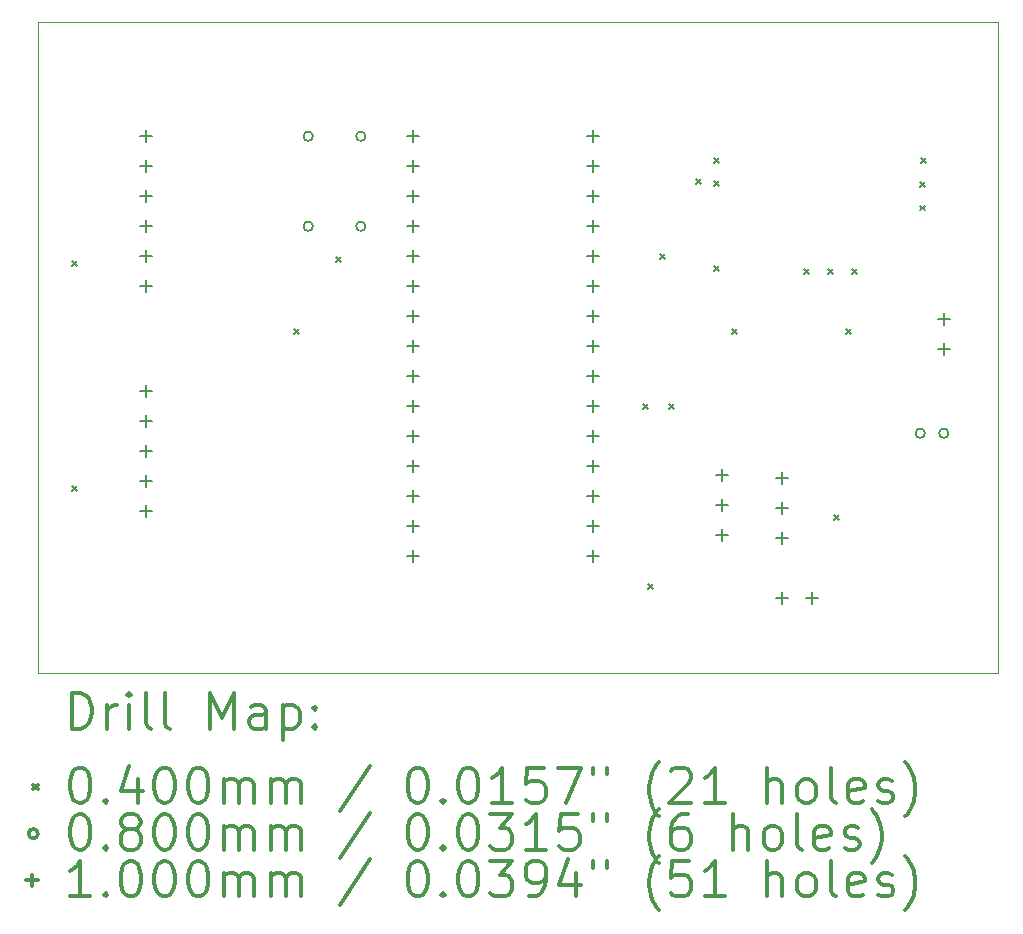
<source format=gbr>
%FSLAX45Y45*%
G04 Gerber Fmt 4.5, Leading zero omitted, Abs format (unit mm)*
G04 Created by KiCad (PCBNEW (5.1.10)-1) date 2021-11-19 16:29:33*
%MOMM*%
%LPD*%
G01*
G04 APERTURE LIST*
%TA.AperFunction,Profile*%
%ADD10C,0.050000*%
%TD*%
%ADD11C,0.200000*%
%ADD12C,0.300000*%
G04 APERTURE END LIST*
D10*
X3810000Y-10261600D02*
X3810000Y-4750000D01*
X11938000Y-10261600D02*
X3810000Y-10261600D01*
X11938000Y-4749800D02*
X11938000Y-10261600D01*
X3810000Y-4750000D02*
X11938000Y-4749800D01*
D11*
X4094800Y-6774500D02*
X4134800Y-6814500D01*
X4134800Y-6774500D02*
X4094800Y-6814500D01*
X4094800Y-8679500D02*
X4134800Y-8719500D01*
X4134800Y-8679500D02*
X4094800Y-8719500D01*
X5974400Y-7346000D02*
X6014400Y-7386000D01*
X6014400Y-7346000D02*
X5974400Y-7386000D01*
X6330000Y-6736400D02*
X6370000Y-6776400D01*
X6370000Y-6736400D02*
X6330000Y-6776400D01*
X8933500Y-7981000D02*
X8973500Y-8021000D01*
X8973500Y-7981000D02*
X8933500Y-8021000D01*
X8971600Y-9505000D02*
X9011600Y-9545000D01*
X9011600Y-9505000D02*
X8971600Y-9545000D01*
X9073200Y-6711000D02*
X9113200Y-6751000D01*
X9113200Y-6711000D02*
X9073200Y-6751000D01*
X9149400Y-7981000D02*
X9189400Y-8021000D01*
X9189400Y-7981000D02*
X9149400Y-8021000D01*
X9378000Y-6076000D02*
X9418000Y-6116000D01*
X9418000Y-6076000D02*
X9378000Y-6116000D01*
X9530400Y-5898200D02*
X9570400Y-5938200D01*
X9570400Y-5898200D02*
X9530400Y-5938200D01*
X9530400Y-6095050D02*
X9570400Y-6135050D01*
X9570400Y-6095050D02*
X9530400Y-6135050D01*
X9530400Y-6812600D02*
X9570400Y-6852600D01*
X9570400Y-6812600D02*
X9530400Y-6852600D01*
X9682800Y-7346000D02*
X9722800Y-7386000D01*
X9722800Y-7346000D02*
X9682800Y-7386000D01*
X10292400Y-6838000D02*
X10332400Y-6878000D01*
X10332400Y-6838000D02*
X10292400Y-6878000D01*
X10495600Y-6838000D02*
X10535600Y-6878000D01*
X10535600Y-6838000D02*
X10495600Y-6878000D01*
X10546400Y-8920800D02*
X10586400Y-8960800D01*
X10586400Y-8920800D02*
X10546400Y-8960800D01*
X10648000Y-7346000D02*
X10688000Y-7386000D01*
X10688000Y-7346000D02*
X10648000Y-7386000D01*
X10698800Y-6838000D02*
X10738800Y-6878000D01*
X10738800Y-6838000D02*
X10698800Y-6878000D01*
X11275380Y-6101400D02*
X11315380Y-6141400D01*
X11315380Y-6101400D02*
X11275380Y-6141400D01*
X11275380Y-6302060D02*
X11315380Y-6342060D01*
X11315380Y-6302060D02*
X11275380Y-6342060D01*
X11283000Y-5898200D02*
X11323000Y-5938200D01*
X11323000Y-5898200D02*
X11283000Y-5938200D01*
X6136000Y-5715000D02*
G75*
G03*
X6136000Y-5715000I-40000J0D01*
G01*
X6136000Y-6477000D02*
G75*
G03*
X6136000Y-6477000I-40000J0D01*
G01*
X6580500Y-5715000D02*
G75*
G03*
X6580500Y-5715000I-40000J0D01*
G01*
X6580500Y-6477000D02*
G75*
G03*
X6580500Y-6477000I-40000J0D01*
G01*
X11317600Y-8229600D02*
G75*
G03*
X11317600Y-8229600I-40000J0D01*
G01*
X11517600Y-8229600D02*
G75*
G03*
X11517600Y-8229600I-40000J0D01*
G01*
X4724400Y-5665000D02*
X4724400Y-5765000D01*
X4674400Y-5715000D02*
X4774400Y-5715000D01*
X4724400Y-5919000D02*
X4724400Y-6019000D01*
X4674400Y-5969000D02*
X4774400Y-5969000D01*
X4724400Y-6173000D02*
X4724400Y-6273000D01*
X4674400Y-6223000D02*
X4774400Y-6223000D01*
X4724400Y-6427000D02*
X4724400Y-6527000D01*
X4674400Y-6477000D02*
X4774400Y-6477000D01*
X4724400Y-6681000D02*
X4724400Y-6781000D01*
X4674400Y-6731000D02*
X4774400Y-6731000D01*
X4724400Y-6935000D02*
X4724400Y-7035000D01*
X4674400Y-6985000D02*
X4774400Y-6985000D01*
X4724400Y-7824000D02*
X4724400Y-7924000D01*
X4674400Y-7874000D02*
X4774400Y-7874000D01*
X4724400Y-8078000D02*
X4724400Y-8178000D01*
X4674400Y-8128000D02*
X4774400Y-8128000D01*
X4724400Y-8332000D02*
X4724400Y-8432000D01*
X4674400Y-8382000D02*
X4774400Y-8382000D01*
X4724400Y-8586000D02*
X4724400Y-8686000D01*
X4674400Y-8636000D02*
X4774400Y-8636000D01*
X4724400Y-8840000D02*
X4724400Y-8940000D01*
X4674400Y-8890000D02*
X4774400Y-8890000D01*
X6985000Y-5665000D02*
X6985000Y-5765000D01*
X6935000Y-5715000D02*
X7035000Y-5715000D01*
X6985000Y-5919000D02*
X6985000Y-6019000D01*
X6935000Y-5969000D02*
X7035000Y-5969000D01*
X6985000Y-6173000D02*
X6985000Y-6273000D01*
X6935000Y-6223000D02*
X7035000Y-6223000D01*
X6985000Y-6427000D02*
X6985000Y-6527000D01*
X6935000Y-6477000D02*
X7035000Y-6477000D01*
X6985000Y-6681000D02*
X6985000Y-6781000D01*
X6935000Y-6731000D02*
X7035000Y-6731000D01*
X6985000Y-6935000D02*
X6985000Y-7035000D01*
X6935000Y-6985000D02*
X7035000Y-6985000D01*
X6985000Y-7189000D02*
X6985000Y-7289000D01*
X6935000Y-7239000D02*
X7035000Y-7239000D01*
X6985000Y-7443000D02*
X6985000Y-7543000D01*
X6935000Y-7493000D02*
X7035000Y-7493000D01*
X6985000Y-7697000D02*
X6985000Y-7797000D01*
X6935000Y-7747000D02*
X7035000Y-7747000D01*
X6985000Y-7951000D02*
X6985000Y-8051000D01*
X6935000Y-8001000D02*
X7035000Y-8001000D01*
X6985000Y-8205000D02*
X6985000Y-8305000D01*
X6935000Y-8255000D02*
X7035000Y-8255000D01*
X6985000Y-8459000D02*
X6985000Y-8559000D01*
X6935000Y-8509000D02*
X7035000Y-8509000D01*
X6985000Y-8713000D02*
X6985000Y-8813000D01*
X6935000Y-8763000D02*
X7035000Y-8763000D01*
X6985000Y-8967000D02*
X6985000Y-9067000D01*
X6935000Y-9017000D02*
X7035000Y-9017000D01*
X6985000Y-9221000D02*
X6985000Y-9321000D01*
X6935000Y-9271000D02*
X7035000Y-9271000D01*
X8509000Y-5665000D02*
X8509000Y-5765000D01*
X8459000Y-5715000D02*
X8559000Y-5715000D01*
X8509000Y-5919000D02*
X8509000Y-6019000D01*
X8459000Y-5969000D02*
X8559000Y-5969000D01*
X8509000Y-6173000D02*
X8509000Y-6273000D01*
X8459000Y-6223000D02*
X8559000Y-6223000D01*
X8509000Y-6427000D02*
X8509000Y-6527000D01*
X8459000Y-6477000D02*
X8559000Y-6477000D01*
X8509000Y-6681000D02*
X8509000Y-6781000D01*
X8459000Y-6731000D02*
X8559000Y-6731000D01*
X8509000Y-6935000D02*
X8509000Y-7035000D01*
X8459000Y-6985000D02*
X8559000Y-6985000D01*
X8509000Y-7189000D02*
X8509000Y-7289000D01*
X8459000Y-7239000D02*
X8559000Y-7239000D01*
X8509000Y-7443000D02*
X8509000Y-7543000D01*
X8459000Y-7493000D02*
X8559000Y-7493000D01*
X8509000Y-7697000D02*
X8509000Y-7797000D01*
X8459000Y-7747000D02*
X8559000Y-7747000D01*
X8509000Y-7951000D02*
X8509000Y-8051000D01*
X8459000Y-8001000D02*
X8559000Y-8001000D01*
X8509000Y-8205000D02*
X8509000Y-8305000D01*
X8459000Y-8255000D02*
X8559000Y-8255000D01*
X8509000Y-8459000D02*
X8509000Y-8559000D01*
X8459000Y-8509000D02*
X8559000Y-8509000D01*
X8509000Y-8713000D02*
X8509000Y-8813000D01*
X8459000Y-8763000D02*
X8559000Y-8763000D01*
X8509000Y-8967000D02*
X8509000Y-9067000D01*
X8459000Y-9017000D02*
X8559000Y-9017000D01*
X8509000Y-9221000D02*
X8509000Y-9321000D01*
X8459000Y-9271000D02*
X8559000Y-9271000D01*
X9601200Y-8535200D02*
X9601200Y-8635200D01*
X9551200Y-8585200D02*
X9651200Y-8585200D01*
X9601200Y-8789200D02*
X9601200Y-8889200D01*
X9551200Y-8839200D02*
X9651200Y-8839200D01*
X9601200Y-9043200D02*
X9601200Y-9143200D01*
X9551200Y-9093200D02*
X9651200Y-9093200D01*
X10109200Y-8560600D02*
X10109200Y-8660600D01*
X10059200Y-8610600D02*
X10159200Y-8610600D01*
X10109200Y-8814600D02*
X10109200Y-8914600D01*
X10059200Y-8864600D02*
X10159200Y-8864600D01*
X10109200Y-9068600D02*
X10109200Y-9168600D01*
X10059200Y-9118600D02*
X10159200Y-9118600D01*
X10109200Y-9576600D02*
X10109200Y-9676600D01*
X10059200Y-9626600D02*
X10159200Y-9626600D01*
X10363200Y-9576600D02*
X10363200Y-9676600D01*
X10313200Y-9626600D02*
X10413200Y-9626600D01*
X11480800Y-7214400D02*
X11480800Y-7314400D01*
X11430800Y-7264400D02*
X11530800Y-7264400D01*
X11480800Y-7468400D02*
X11480800Y-7568400D01*
X11430800Y-7518400D02*
X11530800Y-7518400D01*
D12*
X4093928Y-10729814D02*
X4093928Y-10429814D01*
X4165357Y-10429814D01*
X4208214Y-10444100D01*
X4236786Y-10472672D01*
X4251071Y-10501243D01*
X4265357Y-10558386D01*
X4265357Y-10601243D01*
X4251071Y-10658386D01*
X4236786Y-10686957D01*
X4208214Y-10715529D01*
X4165357Y-10729814D01*
X4093928Y-10729814D01*
X4393928Y-10729814D02*
X4393928Y-10529814D01*
X4393928Y-10586957D02*
X4408214Y-10558386D01*
X4422500Y-10544100D01*
X4451071Y-10529814D01*
X4479643Y-10529814D01*
X4579643Y-10729814D02*
X4579643Y-10529814D01*
X4579643Y-10429814D02*
X4565357Y-10444100D01*
X4579643Y-10458386D01*
X4593928Y-10444100D01*
X4579643Y-10429814D01*
X4579643Y-10458386D01*
X4765357Y-10729814D02*
X4736786Y-10715529D01*
X4722500Y-10686957D01*
X4722500Y-10429814D01*
X4922500Y-10729814D02*
X4893928Y-10715529D01*
X4879643Y-10686957D01*
X4879643Y-10429814D01*
X5265357Y-10729814D02*
X5265357Y-10429814D01*
X5365357Y-10644100D01*
X5465357Y-10429814D01*
X5465357Y-10729814D01*
X5736786Y-10729814D02*
X5736786Y-10572672D01*
X5722500Y-10544100D01*
X5693928Y-10529814D01*
X5636786Y-10529814D01*
X5608214Y-10544100D01*
X5736786Y-10715529D02*
X5708214Y-10729814D01*
X5636786Y-10729814D01*
X5608214Y-10715529D01*
X5593928Y-10686957D01*
X5593928Y-10658386D01*
X5608214Y-10629814D01*
X5636786Y-10615529D01*
X5708214Y-10615529D01*
X5736786Y-10601243D01*
X5879643Y-10529814D02*
X5879643Y-10829814D01*
X5879643Y-10544100D02*
X5908214Y-10529814D01*
X5965357Y-10529814D01*
X5993928Y-10544100D01*
X6008214Y-10558386D01*
X6022500Y-10586957D01*
X6022500Y-10672672D01*
X6008214Y-10701243D01*
X5993928Y-10715529D01*
X5965357Y-10729814D01*
X5908214Y-10729814D01*
X5879643Y-10715529D01*
X6151071Y-10701243D02*
X6165357Y-10715529D01*
X6151071Y-10729814D01*
X6136786Y-10715529D01*
X6151071Y-10701243D01*
X6151071Y-10729814D01*
X6151071Y-10544100D02*
X6165357Y-10558386D01*
X6151071Y-10572672D01*
X6136786Y-10558386D01*
X6151071Y-10544100D01*
X6151071Y-10572672D01*
X3767500Y-11204100D02*
X3807500Y-11244100D01*
X3807500Y-11204100D02*
X3767500Y-11244100D01*
X4151071Y-11059814D02*
X4179643Y-11059814D01*
X4208214Y-11074100D01*
X4222500Y-11088386D01*
X4236786Y-11116957D01*
X4251071Y-11174100D01*
X4251071Y-11245529D01*
X4236786Y-11302671D01*
X4222500Y-11331243D01*
X4208214Y-11345529D01*
X4179643Y-11359814D01*
X4151071Y-11359814D01*
X4122500Y-11345529D01*
X4108214Y-11331243D01*
X4093928Y-11302671D01*
X4079643Y-11245529D01*
X4079643Y-11174100D01*
X4093928Y-11116957D01*
X4108214Y-11088386D01*
X4122500Y-11074100D01*
X4151071Y-11059814D01*
X4379643Y-11331243D02*
X4393928Y-11345529D01*
X4379643Y-11359814D01*
X4365357Y-11345529D01*
X4379643Y-11331243D01*
X4379643Y-11359814D01*
X4651071Y-11159814D02*
X4651071Y-11359814D01*
X4579643Y-11045529D02*
X4508214Y-11259814D01*
X4693928Y-11259814D01*
X4865357Y-11059814D02*
X4893928Y-11059814D01*
X4922500Y-11074100D01*
X4936786Y-11088386D01*
X4951071Y-11116957D01*
X4965357Y-11174100D01*
X4965357Y-11245529D01*
X4951071Y-11302671D01*
X4936786Y-11331243D01*
X4922500Y-11345529D01*
X4893928Y-11359814D01*
X4865357Y-11359814D01*
X4836786Y-11345529D01*
X4822500Y-11331243D01*
X4808214Y-11302671D01*
X4793928Y-11245529D01*
X4793928Y-11174100D01*
X4808214Y-11116957D01*
X4822500Y-11088386D01*
X4836786Y-11074100D01*
X4865357Y-11059814D01*
X5151071Y-11059814D02*
X5179643Y-11059814D01*
X5208214Y-11074100D01*
X5222500Y-11088386D01*
X5236786Y-11116957D01*
X5251071Y-11174100D01*
X5251071Y-11245529D01*
X5236786Y-11302671D01*
X5222500Y-11331243D01*
X5208214Y-11345529D01*
X5179643Y-11359814D01*
X5151071Y-11359814D01*
X5122500Y-11345529D01*
X5108214Y-11331243D01*
X5093928Y-11302671D01*
X5079643Y-11245529D01*
X5079643Y-11174100D01*
X5093928Y-11116957D01*
X5108214Y-11088386D01*
X5122500Y-11074100D01*
X5151071Y-11059814D01*
X5379643Y-11359814D02*
X5379643Y-11159814D01*
X5379643Y-11188386D02*
X5393928Y-11174100D01*
X5422500Y-11159814D01*
X5465357Y-11159814D01*
X5493928Y-11174100D01*
X5508214Y-11202671D01*
X5508214Y-11359814D01*
X5508214Y-11202671D02*
X5522500Y-11174100D01*
X5551071Y-11159814D01*
X5593928Y-11159814D01*
X5622500Y-11174100D01*
X5636786Y-11202671D01*
X5636786Y-11359814D01*
X5779643Y-11359814D02*
X5779643Y-11159814D01*
X5779643Y-11188386D02*
X5793928Y-11174100D01*
X5822500Y-11159814D01*
X5865357Y-11159814D01*
X5893928Y-11174100D01*
X5908214Y-11202671D01*
X5908214Y-11359814D01*
X5908214Y-11202671D02*
X5922500Y-11174100D01*
X5951071Y-11159814D01*
X5993928Y-11159814D01*
X6022500Y-11174100D01*
X6036786Y-11202671D01*
X6036786Y-11359814D01*
X6622500Y-11045529D02*
X6365357Y-11431243D01*
X7008214Y-11059814D02*
X7036786Y-11059814D01*
X7065357Y-11074100D01*
X7079643Y-11088386D01*
X7093928Y-11116957D01*
X7108214Y-11174100D01*
X7108214Y-11245529D01*
X7093928Y-11302671D01*
X7079643Y-11331243D01*
X7065357Y-11345529D01*
X7036786Y-11359814D01*
X7008214Y-11359814D01*
X6979643Y-11345529D01*
X6965357Y-11331243D01*
X6951071Y-11302671D01*
X6936786Y-11245529D01*
X6936786Y-11174100D01*
X6951071Y-11116957D01*
X6965357Y-11088386D01*
X6979643Y-11074100D01*
X7008214Y-11059814D01*
X7236786Y-11331243D02*
X7251071Y-11345529D01*
X7236786Y-11359814D01*
X7222500Y-11345529D01*
X7236786Y-11331243D01*
X7236786Y-11359814D01*
X7436786Y-11059814D02*
X7465357Y-11059814D01*
X7493928Y-11074100D01*
X7508214Y-11088386D01*
X7522500Y-11116957D01*
X7536786Y-11174100D01*
X7536786Y-11245529D01*
X7522500Y-11302671D01*
X7508214Y-11331243D01*
X7493928Y-11345529D01*
X7465357Y-11359814D01*
X7436786Y-11359814D01*
X7408214Y-11345529D01*
X7393928Y-11331243D01*
X7379643Y-11302671D01*
X7365357Y-11245529D01*
X7365357Y-11174100D01*
X7379643Y-11116957D01*
X7393928Y-11088386D01*
X7408214Y-11074100D01*
X7436786Y-11059814D01*
X7822500Y-11359814D02*
X7651071Y-11359814D01*
X7736786Y-11359814D02*
X7736786Y-11059814D01*
X7708214Y-11102672D01*
X7679643Y-11131243D01*
X7651071Y-11145529D01*
X8093928Y-11059814D02*
X7951071Y-11059814D01*
X7936786Y-11202671D01*
X7951071Y-11188386D01*
X7979643Y-11174100D01*
X8051071Y-11174100D01*
X8079643Y-11188386D01*
X8093928Y-11202671D01*
X8108214Y-11231243D01*
X8108214Y-11302671D01*
X8093928Y-11331243D01*
X8079643Y-11345529D01*
X8051071Y-11359814D01*
X7979643Y-11359814D01*
X7951071Y-11345529D01*
X7936786Y-11331243D01*
X8208214Y-11059814D02*
X8408214Y-11059814D01*
X8279643Y-11359814D01*
X8508214Y-11059814D02*
X8508214Y-11116957D01*
X8622500Y-11059814D02*
X8622500Y-11116957D01*
X9065357Y-11474100D02*
X9051071Y-11459814D01*
X9022500Y-11416957D01*
X9008214Y-11388386D01*
X8993928Y-11345529D01*
X8979643Y-11274100D01*
X8979643Y-11216957D01*
X8993928Y-11145529D01*
X9008214Y-11102672D01*
X9022500Y-11074100D01*
X9051071Y-11031243D01*
X9065357Y-11016957D01*
X9165357Y-11088386D02*
X9179643Y-11074100D01*
X9208214Y-11059814D01*
X9279643Y-11059814D01*
X9308214Y-11074100D01*
X9322500Y-11088386D01*
X9336786Y-11116957D01*
X9336786Y-11145529D01*
X9322500Y-11188386D01*
X9151071Y-11359814D01*
X9336786Y-11359814D01*
X9622500Y-11359814D02*
X9451071Y-11359814D01*
X9536786Y-11359814D02*
X9536786Y-11059814D01*
X9508214Y-11102672D01*
X9479643Y-11131243D01*
X9451071Y-11145529D01*
X9979643Y-11359814D02*
X9979643Y-11059814D01*
X10108214Y-11359814D02*
X10108214Y-11202671D01*
X10093928Y-11174100D01*
X10065357Y-11159814D01*
X10022500Y-11159814D01*
X9993928Y-11174100D01*
X9979643Y-11188386D01*
X10293928Y-11359814D02*
X10265357Y-11345529D01*
X10251071Y-11331243D01*
X10236786Y-11302671D01*
X10236786Y-11216957D01*
X10251071Y-11188386D01*
X10265357Y-11174100D01*
X10293928Y-11159814D01*
X10336786Y-11159814D01*
X10365357Y-11174100D01*
X10379643Y-11188386D01*
X10393928Y-11216957D01*
X10393928Y-11302671D01*
X10379643Y-11331243D01*
X10365357Y-11345529D01*
X10336786Y-11359814D01*
X10293928Y-11359814D01*
X10565357Y-11359814D02*
X10536786Y-11345529D01*
X10522500Y-11316957D01*
X10522500Y-11059814D01*
X10793928Y-11345529D02*
X10765357Y-11359814D01*
X10708214Y-11359814D01*
X10679643Y-11345529D01*
X10665357Y-11316957D01*
X10665357Y-11202671D01*
X10679643Y-11174100D01*
X10708214Y-11159814D01*
X10765357Y-11159814D01*
X10793928Y-11174100D01*
X10808214Y-11202671D01*
X10808214Y-11231243D01*
X10665357Y-11259814D01*
X10922500Y-11345529D02*
X10951071Y-11359814D01*
X11008214Y-11359814D01*
X11036786Y-11345529D01*
X11051071Y-11316957D01*
X11051071Y-11302671D01*
X11036786Y-11274100D01*
X11008214Y-11259814D01*
X10965357Y-11259814D01*
X10936786Y-11245529D01*
X10922500Y-11216957D01*
X10922500Y-11202671D01*
X10936786Y-11174100D01*
X10965357Y-11159814D01*
X11008214Y-11159814D01*
X11036786Y-11174100D01*
X11151071Y-11474100D02*
X11165357Y-11459814D01*
X11193928Y-11416957D01*
X11208214Y-11388386D01*
X11222500Y-11345529D01*
X11236786Y-11274100D01*
X11236786Y-11216957D01*
X11222500Y-11145529D01*
X11208214Y-11102672D01*
X11193928Y-11074100D01*
X11165357Y-11031243D01*
X11151071Y-11016957D01*
X3807500Y-11620100D02*
G75*
G03*
X3807500Y-11620100I-40000J0D01*
G01*
X4151071Y-11455814D02*
X4179643Y-11455814D01*
X4208214Y-11470100D01*
X4222500Y-11484386D01*
X4236786Y-11512957D01*
X4251071Y-11570100D01*
X4251071Y-11641529D01*
X4236786Y-11698671D01*
X4222500Y-11727243D01*
X4208214Y-11741529D01*
X4179643Y-11755814D01*
X4151071Y-11755814D01*
X4122500Y-11741529D01*
X4108214Y-11727243D01*
X4093928Y-11698671D01*
X4079643Y-11641529D01*
X4079643Y-11570100D01*
X4093928Y-11512957D01*
X4108214Y-11484386D01*
X4122500Y-11470100D01*
X4151071Y-11455814D01*
X4379643Y-11727243D02*
X4393928Y-11741529D01*
X4379643Y-11755814D01*
X4365357Y-11741529D01*
X4379643Y-11727243D01*
X4379643Y-11755814D01*
X4565357Y-11584386D02*
X4536786Y-11570100D01*
X4522500Y-11555814D01*
X4508214Y-11527243D01*
X4508214Y-11512957D01*
X4522500Y-11484386D01*
X4536786Y-11470100D01*
X4565357Y-11455814D01*
X4622500Y-11455814D01*
X4651071Y-11470100D01*
X4665357Y-11484386D01*
X4679643Y-11512957D01*
X4679643Y-11527243D01*
X4665357Y-11555814D01*
X4651071Y-11570100D01*
X4622500Y-11584386D01*
X4565357Y-11584386D01*
X4536786Y-11598671D01*
X4522500Y-11612957D01*
X4508214Y-11641529D01*
X4508214Y-11698671D01*
X4522500Y-11727243D01*
X4536786Y-11741529D01*
X4565357Y-11755814D01*
X4622500Y-11755814D01*
X4651071Y-11741529D01*
X4665357Y-11727243D01*
X4679643Y-11698671D01*
X4679643Y-11641529D01*
X4665357Y-11612957D01*
X4651071Y-11598671D01*
X4622500Y-11584386D01*
X4865357Y-11455814D02*
X4893928Y-11455814D01*
X4922500Y-11470100D01*
X4936786Y-11484386D01*
X4951071Y-11512957D01*
X4965357Y-11570100D01*
X4965357Y-11641529D01*
X4951071Y-11698671D01*
X4936786Y-11727243D01*
X4922500Y-11741529D01*
X4893928Y-11755814D01*
X4865357Y-11755814D01*
X4836786Y-11741529D01*
X4822500Y-11727243D01*
X4808214Y-11698671D01*
X4793928Y-11641529D01*
X4793928Y-11570100D01*
X4808214Y-11512957D01*
X4822500Y-11484386D01*
X4836786Y-11470100D01*
X4865357Y-11455814D01*
X5151071Y-11455814D02*
X5179643Y-11455814D01*
X5208214Y-11470100D01*
X5222500Y-11484386D01*
X5236786Y-11512957D01*
X5251071Y-11570100D01*
X5251071Y-11641529D01*
X5236786Y-11698671D01*
X5222500Y-11727243D01*
X5208214Y-11741529D01*
X5179643Y-11755814D01*
X5151071Y-11755814D01*
X5122500Y-11741529D01*
X5108214Y-11727243D01*
X5093928Y-11698671D01*
X5079643Y-11641529D01*
X5079643Y-11570100D01*
X5093928Y-11512957D01*
X5108214Y-11484386D01*
X5122500Y-11470100D01*
X5151071Y-11455814D01*
X5379643Y-11755814D02*
X5379643Y-11555814D01*
X5379643Y-11584386D02*
X5393928Y-11570100D01*
X5422500Y-11555814D01*
X5465357Y-11555814D01*
X5493928Y-11570100D01*
X5508214Y-11598671D01*
X5508214Y-11755814D01*
X5508214Y-11598671D02*
X5522500Y-11570100D01*
X5551071Y-11555814D01*
X5593928Y-11555814D01*
X5622500Y-11570100D01*
X5636786Y-11598671D01*
X5636786Y-11755814D01*
X5779643Y-11755814D02*
X5779643Y-11555814D01*
X5779643Y-11584386D02*
X5793928Y-11570100D01*
X5822500Y-11555814D01*
X5865357Y-11555814D01*
X5893928Y-11570100D01*
X5908214Y-11598671D01*
X5908214Y-11755814D01*
X5908214Y-11598671D02*
X5922500Y-11570100D01*
X5951071Y-11555814D01*
X5993928Y-11555814D01*
X6022500Y-11570100D01*
X6036786Y-11598671D01*
X6036786Y-11755814D01*
X6622500Y-11441529D02*
X6365357Y-11827243D01*
X7008214Y-11455814D02*
X7036786Y-11455814D01*
X7065357Y-11470100D01*
X7079643Y-11484386D01*
X7093928Y-11512957D01*
X7108214Y-11570100D01*
X7108214Y-11641529D01*
X7093928Y-11698671D01*
X7079643Y-11727243D01*
X7065357Y-11741529D01*
X7036786Y-11755814D01*
X7008214Y-11755814D01*
X6979643Y-11741529D01*
X6965357Y-11727243D01*
X6951071Y-11698671D01*
X6936786Y-11641529D01*
X6936786Y-11570100D01*
X6951071Y-11512957D01*
X6965357Y-11484386D01*
X6979643Y-11470100D01*
X7008214Y-11455814D01*
X7236786Y-11727243D02*
X7251071Y-11741529D01*
X7236786Y-11755814D01*
X7222500Y-11741529D01*
X7236786Y-11727243D01*
X7236786Y-11755814D01*
X7436786Y-11455814D02*
X7465357Y-11455814D01*
X7493928Y-11470100D01*
X7508214Y-11484386D01*
X7522500Y-11512957D01*
X7536786Y-11570100D01*
X7536786Y-11641529D01*
X7522500Y-11698671D01*
X7508214Y-11727243D01*
X7493928Y-11741529D01*
X7465357Y-11755814D01*
X7436786Y-11755814D01*
X7408214Y-11741529D01*
X7393928Y-11727243D01*
X7379643Y-11698671D01*
X7365357Y-11641529D01*
X7365357Y-11570100D01*
X7379643Y-11512957D01*
X7393928Y-11484386D01*
X7408214Y-11470100D01*
X7436786Y-11455814D01*
X7636786Y-11455814D02*
X7822500Y-11455814D01*
X7722500Y-11570100D01*
X7765357Y-11570100D01*
X7793928Y-11584386D01*
X7808214Y-11598671D01*
X7822500Y-11627243D01*
X7822500Y-11698671D01*
X7808214Y-11727243D01*
X7793928Y-11741529D01*
X7765357Y-11755814D01*
X7679643Y-11755814D01*
X7651071Y-11741529D01*
X7636786Y-11727243D01*
X8108214Y-11755814D02*
X7936786Y-11755814D01*
X8022500Y-11755814D02*
X8022500Y-11455814D01*
X7993928Y-11498671D01*
X7965357Y-11527243D01*
X7936786Y-11541529D01*
X8379643Y-11455814D02*
X8236786Y-11455814D01*
X8222500Y-11598671D01*
X8236786Y-11584386D01*
X8265357Y-11570100D01*
X8336786Y-11570100D01*
X8365357Y-11584386D01*
X8379643Y-11598671D01*
X8393928Y-11627243D01*
X8393928Y-11698671D01*
X8379643Y-11727243D01*
X8365357Y-11741529D01*
X8336786Y-11755814D01*
X8265357Y-11755814D01*
X8236786Y-11741529D01*
X8222500Y-11727243D01*
X8508214Y-11455814D02*
X8508214Y-11512957D01*
X8622500Y-11455814D02*
X8622500Y-11512957D01*
X9065357Y-11870100D02*
X9051071Y-11855814D01*
X9022500Y-11812957D01*
X9008214Y-11784386D01*
X8993928Y-11741529D01*
X8979643Y-11670100D01*
X8979643Y-11612957D01*
X8993928Y-11541529D01*
X9008214Y-11498671D01*
X9022500Y-11470100D01*
X9051071Y-11427243D01*
X9065357Y-11412957D01*
X9308214Y-11455814D02*
X9251071Y-11455814D01*
X9222500Y-11470100D01*
X9208214Y-11484386D01*
X9179643Y-11527243D01*
X9165357Y-11584386D01*
X9165357Y-11698671D01*
X9179643Y-11727243D01*
X9193928Y-11741529D01*
X9222500Y-11755814D01*
X9279643Y-11755814D01*
X9308214Y-11741529D01*
X9322500Y-11727243D01*
X9336786Y-11698671D01*
X9336786Y-11627243D01*
X9322500Y-11598671D01*
X9308214Y-11584386D01*
X9279643Y-11570100D01*
X9222500Y-11570100D01*
X9193928Y-11584386D01*
X9179643Y-11598671D01*
X9165357Y-11627243D01*
X9693928Y-11755814D02*
X9693928Y-11455814D01*
X9822500Y-11755814D02*
X9822500Y-11598671D01*
X9808214Y-11570100D01*
X9779643Y-11555814D01*
X9736786Y-11555814D01*
X9708214Y-11570100D01*
X9693928Y-11584386D01*
X10008214Y-11755814D02*
X9979643Y-11741529D01*
X9965357Y-11727243D01*
X9951071Y-11698671D01*
X9951071Y-11612957D01*
X9965357Y-11584386D01*
X9979643Y-11570100D01*
X10008214Y-11555814D01*
X10051071Y-11555814D01*
X10079643Y-11570100D01*
X10093928Y-11584386D01*
X10108214Y-11612957D01*
X10108214Y-11698671D01*
X10093928Y-11727243D01*
X10079643Y-11741529D01*
X10051071Y-11755814D01*
X10008214Y-11755814D01*
X10279643Y-11755814D02*
X10251071Y-11741529D01*
X10236786Y-11712957D01*
X10236786Y-11455814D01*
X10508214Y-11741529D02*
X10479643Y-11755814D01*
X10422500Y-11755814D01*
X10393928Y-11741529D01*
X10379643Y-11712957D01*
X10379643Y-11598671D01*
X10393928Y-11570100D01*
X10422500Y-11555814D01*
X10479643Y-11555814D01*
X10508214Y-11570100D01*
X10522500Y-11598671D01*
X10522500Y-11627243D01*
X10379643Y-11655814D01*
X10636786Y-11741529D02*
X10665357Y-11755814D01*
X10722500Y-11755814D01*
X10751071Y-11741529D01*
X10765357Y-11712957D01*
X10765357Y-11698671D01*
X10751071Y-11670100D01*
X10722500Y-11655814D01*
X10679643Y-11655814D01*
X10651071Y-11641529D01*
X10636786Y-11612957D01*
X10636786Y-11598671D01*
X10651071Y-11570100D01*
X10679643Y-11555814D01*
X10722500Y-11555814D01*
X10751071Y-11570100D01*
X10865357Y-11870100D02*
X10879643Y-11855814D01*
X10908214Y-11812957D01*
X10922500Y-11784386D01*
X10936786Y-11741529D01*
X10951071Y-11670100D01*
X10951071Y-11612957D01*
X10936786Y-11541529D01*
X10922500Y-11498671D01*
X10908214Y-11470100D01*
X10879643Y-11427243D01*
X10865357Y-11412957D01*
X3757500Y-11966100D02*
X3757500Y-12066100D01*
X3707500Y-12016100D02*
X3807500Y-12016100D01*
X4251071Y-12151814D02*
X4079643Y-12151814D01*
X4165357Y-12151814D02*
X4165357Y-11851814D01*
X4136786Y-11894671D01*
X4108214Y-11923243D01*
X4079643Y-11937529D01*
X4379643Y-12123243D02*
X4393928Y-12137529D01*
X4379643Y-12151814D01*
X4365357Y-12137529D01*
X4379643Y-12123243D01*
X4379643Y-12151814D01*
X4579643Y-11851814D02*
X4608214Y-11851814D01*
X4636786Y-11866100D01*
X4651071Y-11880386D01*
X4665357Y-11908957D01*
X4679643Y-11966100D01*
X4679643Y-12037529D01*
X4665357Y-12094671D01*
X4651071Y-12123243D01*
X4636786Y-12137529D01*
X4608214Y-12151814D01*
X4579643Y-12151814D01*
X4551071Y-12137529D01*
X4536786Y-12123243D01*
X4522500Y-12094671D01*
X4508214Y-12037529D01*
X4508214Y-11966100D01*
X4522500Y-11908957D01*
X4536786Y-11880386D01*
X4551071Y-11866100D01*
X4579643Y-11851814D01*
X4865357Y-11851814D02*
X4893928Y-11851814D01*
X4922500Y-11866100D01*
X4936786Y-11880386D01*
X4951071Y-11908957D01*
X4965357Y-11966100D01*
X4965357Y-12037529D01*
X4951071Y-12094671D01*
X4936786Y-12123243D01*
X4922500Y-12137529D01*
X4893928Y-12151814D01*
X4865357Y-12151814D01*
X4836786Y-12137529D01*
X4822500Y-12123243D01*
X4808214Y-12094671D01*
X4793928Y-12037529D01*
X4793928Y-11966100D01*
X4808214Y-11908957D01*
X4822500Y-11880386D01*
X4836786Y-11866100D01*
X4865357Y-11851814D01*
X5151071Y-11851814D02*
X5179643Y-11851814D01*
X5208214Y-11866100D01*
X5222500Y-11880386D01*
X5236786Y-11908957D01*
X5251071Y-11966100D01*
X5251071Y-12037529D01*
X5236786Y-12094671D01*
X5222500Y-12123243D01*
X5208214Y-12137529D01*
X5179643Y-12151814D01*
X5151071Y-12151814D01*
X5122500Y-12137529D01*
X5108214Y-12123243D01*
X5093928Y-12094671D01*
X5079643Y-12037529D01*
X5079643Y-11966100D01*
X5093928Y-11908957D01*
X5108214Y-11880386D01*
X5122500Y-11866100D01*
X5151071Y-11851814D01*
X5379643Y-12151814D02*
X5379643Y-11951814D01*
X5379643Y-11980386D02*
X5393928Y-11966100D01*
X5422500Y-11951814D01*
X5465357Y-11951814D01*
X5493928Y-11966100D01*
X5508214Y-11994671D01*
X5508214Y-12151814D01*
X5508214Y-11994671D02*
X5522500Y-11966100D01*
X5551071Y-11951814D01*
X5593928Y-11951814D01*
X5622500Y-11966100D01*
X5636786Y-11994671D01*
X5636786Y-12151814D01*
X5779643Y-12151814D02*
X5779643Y-11951814D01*
X5779643Y-11980386D02*
X5793928Y-11966100D01*
X5822500Y-11951814D01*
X5865357Y-11951814D01*
X5893928Y-11966100D01*
X5908214Y-11994671D01*
X5908214Y-12151814D01*
X5908214Y-11994671D02*
X5922500Y-11966100D01*
X5951071Y-11951814D01*
X5993928Y-11951814D01*
X6022500Y-11966100D01*
X6036786Y-11994671D01*
X6036786Y-12151814D01*
X6622500Y-11837529D02*
X6365357Y-12223243D01*
X7008214Y-11851814D02*
X7036786Y-11851814D01*
X7065357Y-11866100D01*
X7079643Y-11880386D01*
X7093928Y-11908957D01*
X7108214Y-11966100D01*
X7108214Y-12037529D01*
X7093928Y-12094671D01*
X7079643Y-12123243D01*
X7065357Y-12137529D01*
X7036786Y-12151814D01*
X7008214Y-12151814D01*
X6979643Y-12137529D01*
X6965357Y-12123243D01*
X6951071Y-12094671D01*
X6936786Y-12037529D01*
X6936786Y-11966100D01*
X6951071Y-11908957D01*
X6965357Y-11880386D01*
X6979643Y-11866100D01*
X7008214Y-11851814D01*
X7236786Y-12123243D02*
X7251071Y-12137529D01*
X7236786Y-12151814D01*
X7222500Y-12137529D01*
X7236786Y-12123243D01*
X7236786Y-12151814D01*
X7436786Y-11851814D02*
X7465357Y-11851814D01*
X7493928Y-11866100D01*
X7508214Y-11880386D01*
X7522500Y-11908957D01*
X7536786Y-11966100D01*
X7536786Y-12037529D01*
X7522500Y-12094671D01*
X7508214Y-12123243D01*
X7493928Y-12137529D01*
X7465357Y-12151814D01*
X7436786Y-12151814D01*
X7408214Y-12137529D01*
X7393928Y-12123243D01*
X7379643Y-12094671D01*
X7365357Y-12037529D01*
X7365357Y-11966100D01*
X7379643Y-11908957D01*
X7393928Y-11880386D01*
X7408214Y-11866100D01*
X7436786Y-11851814D01*
X7636786Y-11851814D02*
X7822500Y-11851814D01*
X7722500Y-11966100D01*
X7765357Y-11966100D01*
X7793928Y-11980386D01*
X7808214Y-11994671D01*
X7822500Y-12023243D01*
X7822500Y-12094671D01*
X7808214Y-12123243D01*
X7793928Y-12137529D01*
X7765357Y-12151814D01*
X7679643Y-12151814D01*
X7651071Y-12137529D01*
X7636786Y-12123243D01*
X7965357Y-12151814D02*
X8022500Y-12151814D01*
X8051071Y-12137529D01*
X8065357Y-12123243D01*
X8093928Y-12080386D01*
X8108214Y-12023243D01*
X8108214Y-11908957D01*
X8093928Y-11880386D01*
X8079643Y-11866100D01*
X8051071Y-11851814D01*
X7993928Y-11851814D01*
X7965357Y-11866100D01*
X7951071Y-11880386D01*
X7936786Y-11908957D01*
X7936786Y-11980386D01*
X7951071Y-12008957D01*
X7965357Y-12023243D01*
X7993928Y-12037529D01*
X8051071Y-12037529D01*
X8079643Y-12023243D01*
X8093928Y-12008957D01*
X8108214Y-11980386D01*
X8365357Y-11951814D02*
X8365357Y-12151814D01*
X8293928Y-11837529D02*
X8222500Y-12051814D01*
X8408214Y-12051814D01*
X8508214Y-11851814D02*
X8508214Y-11908957D01*
X8622500Y-11851814D02*
X8622500Y-11908957D01*
X9065357Y-12266100D02*
X9051071Y-12251814D01*
X9022500Y-12208957D01*
X9008214Y-12180386D01*
X8993928Y-12137529D01*
X8979643Y-12066100D01*
X8979643Y-12008957D01*
X8993928Y-11937529D01*
X9008214Y-11894671D01*
X9022500Y-11866100D01*
X9051071Y-11823243D01*
X9065357Y-11808957D01*
X9322500Y-11851814D02*
X9179643Y-11851814D01*
X9165357Y-11994671D01*
X9179643Y-11980386D01*
X9208214Y-11966100D01*
X9279643Y-11966100D01*
X9308214Y-11980386D01*
X9322500Y-11994671D01*
X9336786Y-12023243D01*
X9336786Y-12094671D01*
X9322500Y-12123243D01*
X9308214Y-12137529D01*
X9279643Y-12151814D01*
X9208214Y-12151814D01*
X9179643Y-12137529D01*
X9165357Y-12123243D01*
X9622500Y-12151814D02*
X9451071Y-12151814D01*
X9536786Y-12151814D02*
X9536786Y-11851814D01*
X9508214Y-11894671D01*
X9479643Y-11923243D01*
X9451071Y-11937529D01*
X9979643Y-12151814D02*
X9979643Y-11851814D01*
X10108214Y-12151814D02*
X10108214Y-11994671D01*
X10093928Y-11966100D01*
X10065357Y-11951814D01*
X10022500Y-11951814D01*
X9993928Y-11966100D01*
X9979643Y-11980386D01*
X10293928Y-12151814D02*
X10265357Y-12137529D01*
X10251071Y-12123243D01*
X10236786Y-12094671D01*
X10236786Y-12008957D01*
X10251071Y-11980386D01*
X10265357Y-11966100D01*
X10293928Y-11951814D01*
X10336786Y-11951814D01*
X10365357Y-11966100D01*
X10379643Y-11980386D01*
X10393928Y-12008957D01*
X10393928Y-12094671D01*
X10379643Y-12123243D01*
X10365357Y-12137529D01*
X10336786Y-12151814D01*
X10293928Y-12151814D01*
X10565357Y-12151814D02*
X10536786Y-12137529D01*
X10522500Y-12108957D01*
X10522500Y-11851814D01*
X10793928Y-12137529D02*
X10765357Y-12151814D01*
X10708214Y-12151814D01*
X10679643Y-12137529D01*
X10665357Y-12108957D01*
X10665357Y-11994671D01*
X10679643Y-11966100D01*
X10708214Y-11951814D01*
X10765357Y-11951814D01*
X10793928Y-11966100D01*
X10808214Y-11994671D01*
X10808214Y-12023243D01*
X10665357Y-12051814D01*
X10922500Y-12137529D02*
X10951071Y-12151814D01*
X11008214Y-12151814D01*
X11036786Y-12137529D01*
X11051071Y-12108957D01*
X11051071Y-12094671D01*
X11036786Y-12066100D01*
X11008214Y-12051814D01*
X10965357Y-12051814D01*
X10936786Y-12037529D01*
X10922500Y-12008957D01*
X10922500Y-11994671D01*
X10936786Y-11966100D01*
X10965357Y-11951814D01*
X11008214Y-11951814D01*
X11036786Y-11966100D01*
X11151071Y-12266100D02*
X11165357Y-12251814D01*
X11193928Y-12208957D01*
X11208214Y-12180386D01*
X11222500Y-12137529D01*
X11236786Y-12066100D01*
X11236786Y-12008957D01*
X11222500Y-11937529D01*
X11208214Y-11894671D01*
X11193928Y-11866100D01*
X11165357Y-11823243D01*
X11151071Y-11808957D01*
M02*

</source>
